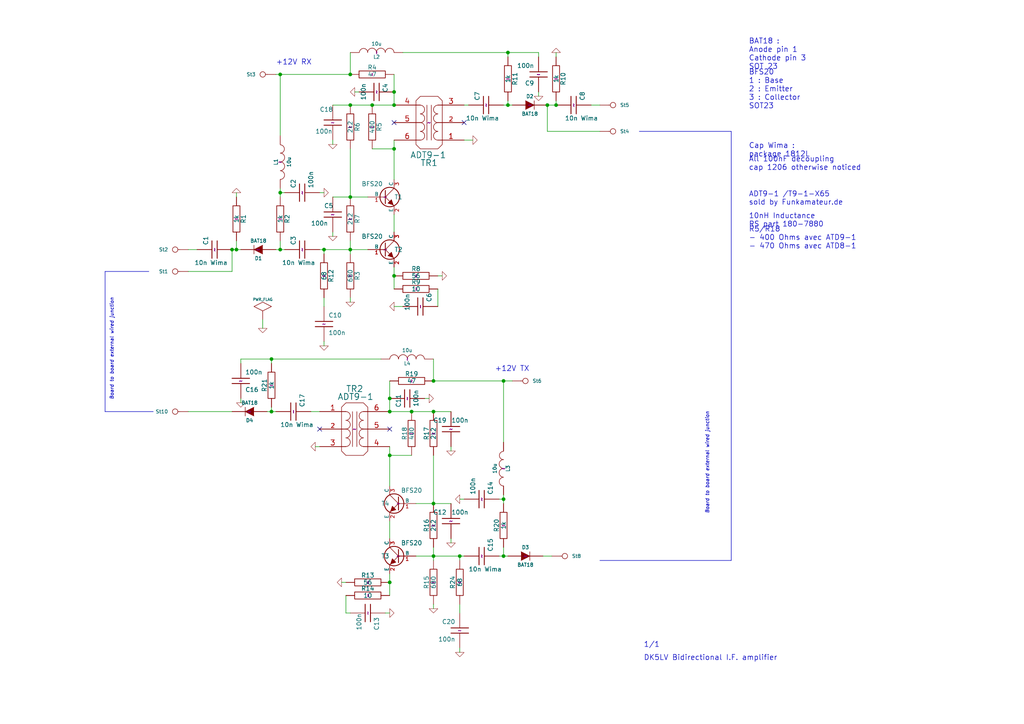
<source format=kicad_sch>
(kicad_sch (version 20230121) (generator eeschema)
  (paper "A4")
  (title_block (date "14 jan 2015"))
  (lib_symbols
    (symbol "bidi-rescue:C" (pin_numbers hide) (pin_names (offset 0.254))
      (property "Reference" "C" (at 1.27 2.54 0))
      (property "Value" "C" (at 1.27 -2.54 0))
      (symbol "C_0_1"
        (polyline (pts (xy -2.54 -0.762) (xy 2.54 -0.762)) (stroke (width 0.254)))
        (polyline (pts (xy -2.54 0.762) (xy 2.54 0.762)) (stroke (width 0.254)))
      )
      (symbol "C_1_1"
        (pin passive line (at 0 5.08 270) (length 4.318) (name "~") (number "1"))
        (pin passive line (at 0 -5.08 90) (length 4.318) (name "~") (number "2"))
      )
    )
    (symbol "bidi-rescue:CONN_1" (pin_numbers hide) (pin_names (offset 0.762) hide)
      (property "Reference" "P" (at 2.032 0 0))
      (symbol "CONN_1_0_1"
        (polyline (pts (xy -0.762 0) (xy -1.27 0)))
        (circle (center 0 0) (radius 0.7874))
      )
      (symbol "CONN_1_1_1"
        (pin passive line (at -3.81 0 0) (length 2.54) (name "1") (number "1"))
      )
    )
    (symbol "bidi-rescue:DIODE_soT23" (pin_numbers hide) (pin_names (offset 1.016) hide)
      (property "Reference" "D" (at 0 2.54 0))
      (property "Value" "DIODE_soT23" (at 0 -2.54 0))
      (symbol "DIODE_soT23_0_1"
        (polyline (pts (xy 1.27 1.27) (xy 1.27 -1.27)) (stroke (width 0.1524)))
        (polyline (pts (xy -1.27 1.27) (xy 1.27 0) (xy -1.27 -1.27)) (fill (type outline)))
      )
      (symbol "DIODE_soT23_1_1"
        (pin passive line (at -5.08 0 0) (length 3.81) (name "A") (number "1"))
        (pin passive line (at 5.08 0 180) (length 3.81) (name "K") (number "3"))
      )
    )
    (symbol "bidi-rescue:GND" (power) (pin_names (offset 0))
      (symbol "GND_0_1"
        (polyline (pts (xy -1.27 0) (xy 0 -1.27) (xy 1.27 0) (xy -1.27 0)) (stroke (width 0.1016)))
      )
      (symbol "GND_1_1"
        (pin power_in line (at 0 0 90) (length 0) hide (name "GND") (number "1"))
      )
    )
    (symbol "bidi-rescue:INDUCTOR" (pin_numbers hide) (pin_names (offset 1.016) hide)
      (property "Reference" "L" (at -1.27 0 90))
      (property "Value" "INDUCTOR" (at 2.54 0 90))
      (symbol "INDUCTOR_0_1"
        (arc (start 0.0254 -5.0546) (mid 1.2449 -3.8097) (end 0.0254 -2.54))
        (arc (start 0.0254 -2.5146) (mid 1.2703 -1.2444) (end 0.0254 0.0508))
        (arc (start 0.0254 0.0254) (mid 1.2703 1.2956) (end 0.0254 2.5908))
        (arc (start 0.0254 2.5654) (mid 1.1941 3.7595) (end 0.0254 4.9784))
      )
      (symbol "INDUCTOR_1_1"
        (pin passive line (at 0 7.62 270) (length 2.54) (name "1") (number "1"))
        (pin passive line (at 0 -7.62 90) (length 2.54) (name "2") (number "2"))
      )
    )
    (symbol "bidi-rescue:NPN-SOT" (pin_names (offset 0))
      (property "Reference" "Q" (at 3.81 0 0))
      (property "Value" "NPN-SOT" (at -3.81 3.81 0))
      (symbol "NPN-SOT_0_1"
        (polyline (pts (xy 0 0) (xy 2.54 2.54)))
        (polyline (pts (xy 0 1.905) (xy 0 -1.905) (xy 0 -1.905)) (stroke (width 0.254)))
        (polyline (pts (xy 1.27 -1.27) (xy 0 0) (xy 0 0)))
        (polyline (pts (xy 2.286 -2.286) (xy 2.54 -2.54) (xy 2.54 -2.54)))
        (polyline (pts (xy 2.286 -2.286) (xy 1.778 -0.762) (xy 0.762 -1.778) (xy 2.286 -2.286) (xy 2.286 -2.286)) (fill (type outline)))
        (circle (center 1.27 0) (radius 2.8194) (stroke (width 0.254)))
      )
      (symbol "NPN-SOT_1_1"
        (pin input line (at -5.08 0 0) (length 5.08) (name "B") (number "1"))
        (pin passive line (at 2.54 -5.08 90) (length 2.54) (name "E") (number "2"))
        (pin passive line (at 2.54 5.08 270) (length 2.54) (name "C") (number "3"))
      )
    )
    (symbol "bidi-rescue:PWR_FLAG" (power) (pin_numbers hide) (pin_names (offset 0) hide)
      (property "Value" "PWR_FLAG" (at 0 5.842 0))
      (symbol "PWR_FLAG_0_0"
        (pin power_out line (at 0 0 90) (length 0) (name "pwr") (number "1"))
      )
      (symbol "PWR_FLAG_0_1"
        (polyline (pts (xy 0 0) (xy 0 2.54) (xy 0 2.54)))
        (polyline (pts (xy 0 2.54) (xy -2.54 3.81) (xy 0 5.08) (xy 2.54 3.81) (xy 0 2.54)))
      )
    )
    (symbol "bidi-rescue:R" (pin_numbers hide) (pin_names (offset 0))
      (property "Reference" "R" (at 2.032 0 90))
      (property "Value" "R" (at 0 0 90))
      (symbol "R_0_1"
        (rectangle (start -1.016 3.81) (end 1.016 -3.81) (stroke (width 0.2032)))
      )
      (symbol "R_1_1"
        (pin passive line (at 0 6.35 270) (length 2.54) (name "~") (number "1"))
        (pin passive line (at 0 -6.35 90) (length 2.54) (name "~") (number "2"))
      )
    )
    (symbol "bidi-rescue:TransfoPM" (pin_names (offset 1.016) hide)
      (property "Reference" "T" (at 0 11.684 0))
      (property "Value" "TransfoPM" (at 0.254 9.398 0))
      (symbol "TransfoPM_0_1"
        (arc (start -2.54 -5.0546) (mid -1.6599 -4.6901) (end -1.27 -3.81))
        (arc (start -2.54 -2.5146) (mid -1.6599 -2.1501) (end -1.27 -1.27))
        (arc (start -2.54 0.0254) (mid -1.6599 0.3899) (end -1.27 1.27))
        (arc (start -2.54 2.5654) (mid -1.6599 2.9299) (end -1.27 3.81))
        (arc (start -1.27 -3.81) (mid -1.642 -2.912) (end -2.54 -2.54))
        (arc (start -1.27 -1.27) (mid -1.642 -0.372) (end -2.54 0))
        (arc (start -1.27 1.27) (mid -1.642 2.168) (end -2.54 2.54))
        (arc (start -1.27 3.81) (mid -1.642 4.708) (end -2.54 5.08))
        (polyline (pts (xy -0.635 5.08) (xy -0.635 -5.08)))
        (polyline (pts (xy 0.635 -5.08) (xy 0.635 5.08)))
        (polyline (pts (xy -3.81 6.35) (xy -2.54 7.62) (xy 2.54 7.62) (xy 3.81 6.35) (xy 3.81 -6.35) (xy 2.54 -7.62) (xy -2.54 -7.62) (xy -3.81 -6.35) (xy -3.81 6.35)))
        (arc (start 1.2954 -1.27) (mid 1.6599 -2.1501) (end 2.54 -2.5146))
        (arc (start 1.2954 1.27) (mid 1.6599 0.3899) (end 2.54 0.0254))
        (arc (start 1.2954 3.81) (mid 1.6599 2.9299) (end 2.54 2.5654))
        (arc (start 1.3208 -3.81) (mid 1.6853 -4.6901) (end 2.5654 -5.0546))
        (arc (start 2.54 0) (mid 1.642 -0.372) (end 1.2954 -1.27))
        (arc (start 2.54 2.54) (mid 1.642 2.168) (end 1.2954 1.27))
        (arc (start 2.54 5.08) (mid 1.642 4.708) (end 1.2954 3.81))
        (arc (start 2.5654 -2.54) (mid 1.6674 -2.912) (end 1.3208 -3.81))
      )
      (symbol "TransfoPM_1_1"
        (pin passive line (at -10.16 5.08 0) (length 7.62) (name "AA") (number "1"))
        (pin input line (at -10.16 0 0) (length 7.62) (name "AB") (number "2"))
        (pin passive line (at -10.16 -5.08 0) (length 7.62) (name "AC") (number "3"))
        (pin passive line (at 10.16 -5.08 180) (length 7.62) (name "SA") (number "4"))
        (pin passive line (at 10.16 0 180) (length 7.62) (name "SB") (number "5"))
        (pin passive line (at 10.16 5.08 180) (length 7.62) (name "SC") (number "6"))
      )
    )
  )
  (junction (at 114.3 80.01))
  (junction (at 146.05 144.78))
  (junction (at 125.73 110.49))
  (junction (at 114.3 30.48))
  (junction (at 158.75 30.48))
  (junction (at 125.73 119.38))
  (junction (at 113.03 119.38))
  (junction (at 161.29 30.48))
  (junction (at 146.05 110.49))
  (junction (at 78.74 104.14))
  (junction (at 146.05 161.29))
  (junction (at 113.03 168.91))
  (junction (at 119.38 119.38))
  (junction (at 81.28 55.88))
  (junction (at 101.6 72.39))
  (junction (at 68.58 72.39))
  (junction (at 125.73 161.29))
  (junction (at 113.03 132.08))
  (junction (at 101.6 57.15))
  (junction (at 101.6 30.48))
  (junction (at 107.95 30.48))
  (junction (at 147.32 15.24))
  (junction (at 101.6 21.59))
  (junction (at 125.73 146.05))
  (junction (at 67.31 72.39))
  (junction (at 78.74 119.38))
  (junction (at 114.3 26.67))
  (junction (at 81.28 21.59))
  (junction (at 113.03 115.57))
  (junction (at 81.28 72.39))
  (junction (at 114.3 43.18))
  (junction (at 147.32 30.48))
  (junction (at 93.98 72.39))
  (junction (at 133.35 161.29))
  (no_connect (at 134.62 35.56))
  (no_connect (at 92.71 124.46))
  (no_connect (at 113.03 124.46))
  (no_connect (at 114.3 35.56))
  (wire (pts (xy 125.73 146.05) (xy 120.65 146.05)))
  (wire (pts (xy 113.03 151.13) (xy 113.03 156.21)))
  (wire (pts (xy 147.32 15.24) (xy 156.21 15.24)))
  (wire (pts (xy 101.6 57.15) (xy 106.68 57.15)))
  (wire (pts (xy 69.85 104.14) (xy 69.85 105.41)))
  (wire (pts (xy 101.6 72.39) (xy 106.68 72.39)))
  (wire (pts (xy 114.3 30.48) (xy 107.95 30.48)))
  (wire (pts (xy 101.6 72.39) (xy 101.6 73.66)))
  (wire (pts (xy 114.3 40.64) (xy 114.3 43.18)))
  (wire (pts (xy 81.28 55.88) (xy 81.28 57.15)))
  (wire (pts (xy 130.81 146.05) (xy 125.73 146.05)))
  (wire (pts (xy 93.98 73.66) (xy 93.98 72.39)))
  (wire (pts (xy 96.52 67.31) (xy 96.52 68.58)))
  (wire (pts (xy 101.6 21.59) (xy 101.6 15.24)))
  (wire (pts (xy 100.33 172.72) (xy 100.33 177.8)))
  (wire (pts (xy 92.71 55.88) (xy 93.98 55.88)))
  (wire (pts (xy 68.58 69.85) (xy 68.58 72.39)))
  (wire (pts (xy 127 83.82) (xy 127 88.9)))
  (wire (pts (xy 69.85 115.57) (xy 69.85 116.84)))
  (wire (pts (xy 81.28 21.59) (xy 81.28 39.37)))
  (wire (pts (xy 76.2 92.71) (xy 76.2 95.25)))
  (wire (pts (xy 80.01 119.38) (xy 78.74 119.38)))
  (wire (pts (xy 100.33 168.91) (xy 99.06 168.91)))
  (wire (pts (xy 130.81 129.54) (xy 130.81 130.81)))
  (wire (pts (xy 146.05 158.75) (xy 146.05 161.29)))
  (wire (pts (xy 125.73 132.08) (xy 125.73 146.05)))
  (wire (pts (xy 161.29 30.48) (xy 158.75 30.48)))
  (wire (pts (xy 113.03 132.08) (xy 113.03 140.97)))
  (wire (pts (xy 81.28 72.39) (xy 80.01 72.39)))
  (wire (pts (xy 119.38 132.08) (xy 113.03 132.08)))
  (wire (pts (xy 125.73 110.49) (xy 146.05 110.49)))
  (wire (pts (xy 114.3 77.47) (xy 114.3 80.01)))
  (wire (pts (xy 113.03 129.54) (xy 113.03 132.08)))
  (wire (pts (xy 144.78 161.29) (xy 146.05 161.29)))
  (wire (pts (xy 114.3 43.18) (xy 114.3 52.07)))
  (wire (pts (xy 161.29 30.48) (xy 161.29 29.21)))
  (wire (pts (xy 146.05 110.49) (xy 146.05 128.27)))
  (wire (pts (xy 92.71 72.39) (xy 93.98 72.39)))
  (wire (pts (xy 67.31 119.38) (xy 54.61 119.38)))
  (wire (pts (xy 67.31 78.74) (xy 67.31 72.39)))
  (wire (pts (xy 146.05 110.49) (xy 148.59 110.49)))
  (wire (pts (xy 156.21 15.24) (xy 156.21 16.51)))
  (wire (pts (xy 147.32 16.51) (xy 147.32 15.24)))
  (wire (pts (xy 146.05 144.78) (xy 146.05 146.05)))
  (wire (pts (xy 96.52 57.15) (xy 101.6 57.15)))
  (wire (pts (xy 134.62 144.78) (xy 133.35 144.78)))
  (wire (pts (xy 156.21 26.67) (xy 156.21 27.94)))
  (wire (pts (xy 113.03 115.57) (xy 113.03 119.38)))
  (wire (pts (xy 114.3 80.01) (xy 114.3 83.82)))
  (wire (pts (xy 78.74 105.41) (xy 78.74 104.14)))
  (wire (pts (xy 134.62 40.64) (xy 137.16 40.64)))
  (polyline (pts (xy 212.09 38.1) (xy 185.42 38.1)))
  (wire (pts (xy 134.62 30.48) (xy 135.89 30.48)))
  (wire (pts (xy 171.45 30.48) (xy 173.99 30.48)))
  (wire (pts (xy 125.73 161.29) (xy 125.73 162.56)))
  (wire (pts (xy 116.84 15.24) (xy 147.32 15.24)))
  (wire (pts (xy 107.95 43.18) (xy 114.3 43.18)))
  (wire (pts (xy 78.74 119.38) (xy 77.47 119.38)))
  (wire (pts (xy 113.03 168.91) (xy 113.03 172.72)))
  (wire (pts (xy 146.05 161.29) (xy 147.32 161.29)))
  (wire (pts (xy 133.35 161.29) (xy 125.73 161.29)))
  (wire (pts (xy 82.55 72.39) (xy 81.28 72.39)))
  (wire (pts (xy 104.14 26.67) (xy 102.87 26.67)))
  (wire (pts (xy 78.74 104.14) (xy 110.49 104.14)))
  (polyline (pts (xy 212.09 162.56) (xy 212.09 38.1)))
  (wire (pts (xy 82.55 55.88) (xy 81.28 55.88)))
  (wire (pts (xy 114.3 21.59) (xy 114.3 26.67)))
  (wire (pts (xy 54.61 72.39) (xy 57.15 72.39)))
  (polyline (pts (xy 30.48 119.38) (xy 30.48 78.74)))
  (wire (pts (xy 158.75 30.48) (xy 158.75 38.1)))
  (wire (pts (xy 92.71 129.54) (xy 91.44 129.54)))
  (wire (pts (xy 93.98 72.39) (xy 101.6 72.39)))
  (wire (pts (xy 107.95 30.48) (xy 101.6 30.48)))
  (wire (pts (xy 100.33 177.8) (xy 101.6 177.8)))
  (wire (pts (xy 133.35 187.96) (xy 133.35 189.23)))
  (wire (pts (xy 96.52 40.64) (xy 96.52 41.91)))
  (wire (pts (xy 125.73 104.14) (xy 125.73 110.49)))
  (wire (pts (xy 123.19 115.57) (xy 124.46 115.57)))
  (wire (pts (xy 161.29 16.51) (xy 161.29 15.24)))
  (wire (pts (xy 125.73 119.38) (xy 130.81 119.38)))
  (wire (pts (xy 81.28 69.85) (xy 81.28 72.39)))
  (wire (pts (xy 69.85 72.39) (xy 68.58 72.39)))
  (wire (pts (xy 146.05 30.48) (xy 147.32 30.48)))
  (wire (pts (xy 125.73 158.75) (xy 125.73 161.29)))
  (wire (pts (xy 133.35 177.8) (xy 133.35 175.26)))
  (wire (pts (xy 93.98 88.9) (xy 93.98 86.36)))
  (wire (pts (xy 125.73 175.26) (xy 125.73 176.53)))
  (polyline (pts (xy 44.45 119.38) (xy 30.48 119.38)))
  (wire (pts (xy 80.01 21.59) (xy 81.28 21.59)))
  (wire (pts (xy 68.58 57.15) (xy 68.58 55.88)))
  (polyline (pts (xy 30.48 78.74) (xy 43.18 78.74)))
  (wire (pts (xy 101.6 43.18) (xy 101.6 57.15)))
  (wire (pts (xy 146.05 143.51) (xy 146.05 144.78)))
  (wire (pts (xy 134.62 161.29) (xy 133.35 161.29)))
  (wire (pts (xy 111.76 177.8) (xy 113.03 177.8)))
  (wire (pts (xy 113.03 166.37) (xy 113.03 168.91)))
  (wire (pts (xy 130.81 156.21) (xy 130.81 157.48)))
  (wire (pts (xy 125.73 161.29) (xy 120.65 161.29)))
  (wire (pts (xy 157.48 161.29) (xy 160.02 161.29)))
  (wire (pts (xy 119.38 119.38) (xy 125.73 119.38)))
  (wire (pts (xy 101.6 30.48) (xy 96.52 30.48)))
  (wire (pts (xy 127 80.01) (xy 128.27 80.01)))
  (wire (pts (xy 81.28 54.61) (xy 81.28 55.88)))
  (wire (pts (xy 114.3 26.67) (xy 114.3 30.48)))
  (wire (pts (xy 78.74 118.11) (xy 78.74 119.38)))
  (wire (pts (xy 113.03 119.38) (xy 119.38 119.38)))
  (wire (pts (xy 116.84 88.9) (xy 114.3 88.9)))
  (wire (pts (xy 101.6 86.36) (xy 101.6 87.63)))
  (wire (pts (xy 90.17 119.38) (xy 92.71 119.38)))
  (wire (pts (xy 93.98 99.06) (xy 93.98 100.33)))
  (wire (pts (xy 114.3 62.23) (xy 114.3 67.31)))
  (wire (pts (xy 147.32 30.48) (xy 148.59 30.48)))
  (polyline (pts (xy 173.99 162.56) (xy 212.09 162.56)))
  (wire (pts (xy 113.03 110.49) (xy 113.03 115.57)))
  (wire (pts (xy 133.35 162.56) (xy 133.35 161.29)))
  (wire (pts (xy 101.6 69.85) (xy 101.6 72.39)))
  (wire (pts (xy 81.28 21.59) (xy 101.6 21.59)))
  (wire (pts (xy 144.78 144.78) (xy 146.05 144.78)))
  (wire (pts (xy 158.75 38.1) (xy 173.99 38.1)))
  (wire (pts (xy 54.61 78.74) (xy 67.31 78.74)))
  (wire (pts (xy 68.58 72.39) (xy 67.31 72.39)))
  (wire (pts (xy 147.32 29.21) (xy 147.32 30.48)))
  (wire (pts (xy 69.85 104.14) (xy 78.74 104.14)))
  (text "All 100nF decoupling \ncap 1206 otherwise noticed\n\n" (at 217.17 52.07 0) (effects (font (size 1.524 1.524)) (justify left bottom)))
  (text "+12V RX\n" (at 80.01 19.05 0) (effects (font (size 1.524 1.524)) (justify left bottom)))
  (text "ADT9-1 /T9-1-X65\nsold by Funkamateur.de" (at 217.17 59.69 0) (effects (font (size 1.4986 1.4986)) (justify left bottom)))
  (text "1/1" (at 186.69 187.96 0) (effects (font (size 1.524 1.524)) (justify left bottom)))
  (text "BAT18 : \nAnode pin 1\nCathode pin 3\nSOT 23" (at 217.17 20.32 0) (effects (font (size 1.524 1.524)) (justify left bottom)))
  (text "Board to board external wired junction" (at 33.02 86.36 90) (effects (font (size 0.9906 0.9906) italic) (justify right bottom)))
  (text "Cap Wima : \npackage 1812L" (at 217.17 45.72 0) (effects (font (size 1.524 1.524)) (justify left bottom)))
  (text "+12V TX\n" (at 143.51 107.95 0) (effects (font (size 1.524 1.524)) (justify left bottom)))
  (text "10nH Inductance \nRS part 180-7880" (at 217.17 66.04 0) (effects (font (size 1.4986 1.4986)) (justify left bottom)))
  (text "R5/R18 \n- 400 Ohms avec ATD9-1\n- 470 Ohms avec ATD8-1\n" (at 217.17 72.39 0) (effects (font (size 1.524 1.524)) (justify left bottom)))
  (text "Board to board external wired junction" (at 205.74 119.38 90) (effects (font (size 0.9906 0.9906) italic) (justify right bottom)))
  (text "BFS20\n1 : Base\n2 : Emitter\n3 : Collector\nSOT23\n" (at 217.17 31.75 0) (effects (font (size 1.524 1.524)) (justify left bottom)))
  (text "DK5LV Bidirectional I.F. amplifier" (at 186.69 191.77 0) (effects (font (size 1.524 1.524)) (justify left bottom)))
  (symbol (lib_id "bidi-rescue:C") (at 62.23 72.39 90) (unit 1)
    (property "Reference" "C1" (at 59.69 71.12 0) (effects (justify left)))
    (property "Value" "10n Wima" (at 66.04 76.2 90) (effects (justify left)))
    (property "Footprint" "~" (at 62.23 72.39 0) (effects (font (size 1.524 1.524))))
    (property "Datasheet" "~" (at 62.23 72.39 0) (effects (font (size 1.524 1.524))))
  )
  (symbol (lib_id "bidi-rescue:R") (at 81.28 63.5 0) (unit 1)
    (property "Reference" "R2" (at 83.312 63.5 90))
    (property "Value" "1k" (at 81.28 63.5 90))
    (property "Footprint" "~" (at 81.28 63.5 0) (effects (font (size 1.524 1.524))))
    (property "Datasheet" "~" (at 81.28 63.5 0) (effects (font (size 1.524 1.524))))
  )
  (symbol (lib_id "bidi-rescue:C") (at 87.63 72.39 90) (unit 1)
    (property "Reference" "C3" (at 85.09 71.12 0) (effects (justify left)))
    (property "Value" "10n Wima" (at 91.44 76.2 90) (effects (justify left)))
    (property "Footprint" "~" (at 87.63 72.39 0) (effects (font (size 1.524 1.524))))
    (property "Datasheet" "~" (at 87.63 72.39 0) (effects (font (size 1.524 1.524))))
  )
  (symbol (lib_id "bidi-rescue:C") (at 87.63 55.88 90) (unit 1)
    (property "Reference" "C2" (at 85.09 54.61 0) (effects (justify left)))
    (property "Value" "100n" (at 90.17 54.61 0) (effects (justify left)))
    (property "Footprint" "~" (at 87.63 55.88 0) (effects (font (size 1.524 1.524))))
    (property "Datasheet" "~" (at 87.63 55.88 0) (effects (font (size 1.524 1.524))))
  )
  (symbol (lib_id "bidi-rescue:INDUCTOR") (at 81.28 46.99 0) (unit 1)
    (property "Reference" "L1" (at 80.01 46.99 90) (effects (font (size 1.016 1.016))))
    (property "Value" "10u" (at 83.82 46.99 90) (effects (font (size 1.016 1.016))))
    (property "Footprint" "~" (at 81.28 46.99 0) (effects (font (size 1.524 1.524))))
    (property "Datasheet" "~" (at 81.28 46.99 0) (effects (font (size 1.524 1.524))))
  )
  (symbol (lib_id "bidi-rescue:R") (at 93.98 80.01 0) (unit 1)
    (property "Reference" "R12" (at 96.012 80.01 90))
    (property "Value" "68" (at 93.98 80.01 90))
    (property "Footprint" "~" (at 93.98 80.01 0) (effects (font (size 1.524 1.524))))
    (property "Datasheet" "~" (at 93.98 80.01 0) (effects (font (size 1.524 1.524))))
  )
  (symbol (lib_id "bidi-rescue:C") (at 93.98 93.98 0) (unit 1)
    (property "Reference" "C10" (at 95.25 91.44 0) (effects (justify left)))
    (property "Value" "100n" (at 95.25 96.52 0) (effects (justify left)))
    (property "Footprint" "~" (at 93.98 93.98 0) (effects (font (size 1.524 1.524))))
    (property "Datasheet" "~" (at 93.98 93.98 0) (effects (font (size 1.524 1.524))))
  )
  (symbol (lib_id "bidi-rescue:R") (at 101.6 80.01 0) (unit 1)
    (property "Reference" "R3" (at 103.632 80.01 90))
    (property "Value" "680" (at 101.6 80.01 90))
    (property "Footprint" "~" (at 101.6 80.01 0) (effects (font (size 1.524 1.524))))
    (property "Datasheet" "~" (at 101.6 80.01 0) (effects (font (size 1.524 1.524))))
  )
  (symbol (lib_id "bidi-rescue:R") (at 101.6 63.5 0) (unit 1)
    (property "Reference" "R7" (at 103.632 63.5 90))
    (property "Value" "2k2" (at 101.6 63.5 90))
    (property "Footprint" "~" (at 101.6 63.5 0) (effects (font (size 1.524 1.524))))
    (property "Datasheet" "~" (at 101.6 63.5 0) (effects (font (size 1.524 1.524))))
  )
  (symbol (lib_id "bidi-rescue:C") (at 96.52 62.23 0) (unit 1)
    (property "Reference" "C5" (at 93.98 59.69 0) (effects (justify left)))
    (property "Value" "100n" (at 90.17 64.77 0) (effects (justify left)))
    (property "Footprint" "~" (at 96.52 62.23 0) (effects (font (size 1.524 1.524))))
    (property "Datasheet" "~" (at 96.52 62.23 0) (effects (font (size 1.524 1.524))))
  )
  (symbol (lib_id "bidi-rescue:R") (at 101.6 36.83 0) (unit 1)
    (property "Reference" "R6" (at 103.632 36.83 90))
    (property "Value" "2k2" (at 101.6 36.83 90))
    (property "Footprint" "~" (at 101.6 36.83 0) (effects (font (size 1.524 1.524))))
    (property "Datasheet" "~" (at 101.6 36.83 0) (effects (font (size 1.524 1.524))))
  )
  (symbol (lib_id "bidi-rescue:C") (at 96.52 35.56 0) (unit 1)
    (property "Reference" "C18" (at 92.71 31.75 0) (effects (justify left)))
    (property "Value" "100n" (at 91.44 38.1 0) (effects (justify left)))
    (property "Footprint" "~" (at 96.52 35.56 0) (effects (font (size 1.524 1.524))))
    (property "Datasheet" "~" (at 96.52 35.56 0) (effects (font (size 1.524 1.524))))
  )
  (symbol (lib_id "bidi-rescue:R") (at 107.95 36.83 0) (unit 1)
    (property "Reference" "R5" (at 109.982 36.83 90))
    (property "Value" "400" (at 107.95 36.83 90))
    (property "Footprint" "~" (at 107.95 36.83 0) (effects (font (size 1.524 1.524))))
    (property "Datasheet" "~" (at 107.95 36.83 0) (effects (font (size 1.524 1.524))))
  )
  (symbol (lib_id "bidi-rescue:R") (at 107.95 21.59 90) (unit 1)
    (property "Reference" "R4" (at 107.95 19.558 90))
    (property "Value" "47" (at 107.95 21.59 90))
    (property "Footprint" "~" (at 107.95 21.59 0) (effects (font (size 1.524 1.524))))
    (property "Datasheet" "~" (at 107.95 21.59 0) (effects (font (size 1.524 1.524))))
  )
  (symbol (lib_id "bidi-rescue:C") (at 109.22 26.67 270) (unit 1)
    (property "Reference" "C4" (at 111.76 24.13 0) (effects (justify left)))
    (property "Value" "100n" (at 105.41 24.13 0) (effects (justify left)))
    (property "Footprint" "~" (at 109.22 26.67 0) (effects (font (size 1.524 1.524))))
    (property "Datasheet" "~" (at 109.22 26.67 0) (effects (font (size 1.524 1.524))))
  )
  (symbol (lib_id "bidi-rescue:GND") (at 93.98 55.88 90) (unit 1)
    (property "Reference" "#PWR01" (effects hide))
    (property "Value" "GND" (effects hide))
  )
  (symbol (lib_id "bidi-rescue:GND") (at 96.52 68.58 0) (unit 1)
    (property "Reference" "#PWR02" (effects hide))
    (property "Value" "GND" (effects hide))
  )
  (symbol (lib_id "bidi-rescue:GND") (at 101.6 87.63 0) (unit 1)
    (property "Reference" "#PWR03" (effects hide))
    (property "Value" "GND" (effects hide))
  )
  (symbol (lib_id "bidi-rescue:GND") (at 93.98 100.33 0) (unit 1)
    (property "Reference" "#PWR04" (effects hide))
    (property "Value" "GND" (effects hide))
  )
  (symbol (lib_id "bidi-rescue:GND") (at 96.52 41.91 0) (unit 1)
    (property "Reference" "#PWR05" (effects hide))
    (property "Value" "GND" (effects hide))
  )
  (symbol (lib_id "bidi-rescue:R") (at 68.58 63.5 0) (unit 1)
    (property "Reference" "R1" (at 70.612 63.5 90))
    (property "Value" "1k" (at 68.58 63.5 90))
    (property "Footprint" "~" (at 68.58 63.5 0) (effects (font (size 1.524 1.524))))
    (property "Datasheet" "~" (at 68.58 63.5 0) (effects (font (size 1.524 1.524))))
  )
  (symbol (lib_id "bidi-rescue:GND") (at 68.58 55.88 180) (unit 1)
    (property "Reference" "#PWR06" (effects hide))
    (property "Value" "GND" (effects hide))
  )
  (symbol (lib_id "bidi-rescue:INDUCTOR") (at 109.22 15.24 90) (unit 1)
    (property "Reference" "L2" (at 109.22 16.51 90) (effects (font (size 1.016 1.016))))
    (property "Value" "10u" (at 109.22 12.7 90) (effects (font (size 1.016 1.016))))
    (property "Footprint" "~" (at 109.22 15.24 0) (effects (font (size 1.524 1.524))))
    (property "Datasheet" "~" (at 109.22 15.24 0) (effects (font (size 1.524 1.524))))
  )
  (symbol (lib_id "bidi-rescue:C") (at 140.97 30.48 90) (unit 1)
    (property "Reference" "C7" (at 138.43 29.21 0) (effects (justify left)))
    (property "Value" "10n Wima" (at 144.78 34.29 90) (effects (justify left)))
    (property "Footprint" "~" (at 140.97 30.48 0) (effects (font (size 1.524 1.524))))
    (property "Datasheet" "~" (at 140.97 30.48 0) (effects (font (size 1.524 1.524))))
  )
  (symbol (lib_id "bidi-rescue:R") (at 147.32 22.86 0) (unit 1)
    (property "Reference" "R11" (at 149.352 22.86 90))
    (property "Value" "1k" (at 147.32 22.86 90))
    (property "Footprint" "~" (at 147.32 22.86 0) (effects (font (size 1.524 1.524))))
    (property "Datasheet" "~" (at 147.32 22.86 0) (effects (font (size 1.524 1.524))))
  )
  (symbol (lib_id "bidi-rescue:C") (at 156.21 21.59 180) (unit 1)
    (property "Reference" "C9" (at 154.94 24.13 0) (effects (justify left)))
    (property "Value" "100n" (at 154.94 19.05 0) (effects (justify left)))
    (property "Footprint" "~" (at 156.21 21.59 0) (effects (font (size 1.524 1.524))))
    (property "Datasheet" "~" (at 156.21 21.59 0) (effects (font (size 1.524 1.524))))
  )
  (symbol (lib_id "bidi-rescue:R") (at 120.65 80.01 90) (unit 1)
    (property "Reference" "R8" (at 120.65 77.978 90))
    (property "Value" "56" (at 120.65 80.01 90))
    (property "Footprint" "~" (at 120.65 80.01 0) (effects (font (size 1.524 1.524))))
    (property "Datasheet" "~" (at 120.65 80.01 0) (effects (font (size 1.524 1.524))))
  )
  (symbol (lib_id "bidi-rescue:R") (at 120.65 83.82 90) (unit 1)
    (property "Reference" "R9" (at 120.65 81.788 90))
    (property "Value" "10" (at 120.65 83.82 90))
    (property "Footprint" "~" (at 120.65 83.82 0) (effects (font (size 1.524 1.524))))
    (property "Datasheet" "~" (at 120.65 83.82 0) (effects (font (size 1.524 1.524))))
  )
  (symbol (lib_id "bidi-rescue:C") (at 121.92 88.9 270) (mirror x) (unit 1)
    (property "Reference" "C6" (at 124.46 87.63 0) (effects (justify left)))
    (property "Value" "100n" (at 118.11 90.17 0) (effects (justify left)))
    (property "Footprint" "~" (at 121.92 88.9 0) (effects (font (size 1.524 1.524))))
    (property "Datasheet" "~" (at 121.92 88.9 0) (effects (font (size 1.524 1.524))))
  )
  (symbol (lib_id "bidi-rescue:GND") (at 128.27 80.01 90) (unit 1)
    (property "Reference" "#PWR07" (effects hide))
    (property "Value" "GND" (effects hide))
  )
  (symbol (lib_id "bidi-rescue:GND") (at 114.3 88.9 270) (mirror x) (unit 1)
    (property "Reference" "#PWR08" (effects hide))
    (property "Value" "GND" (effects hide))
  )
  (symbol (lib_id "bidi-rescue:GND") (at 156.21 27.94 0) (unit 1)
    (property "Reference" "#PWR09" (effects hide))
    (property "Value" "GND" (effects hide))
  )
  (symbol (lib_id "bidi-rescue:GND") (at 102.87 26.67 270) (unit 1)
    (property "Reference" "#PWR010" (effects hide))
    (property "Value" "GND" (effects hide))
  )
  (symbol (lib_id "bidi-rescue:GND") (at 137.16 40.64 90) (unit 1)
    (property "Reference" "#PWR011" (effects hide))
    (property "Value" "GND" (effects hide))
  )
  (symbol (lib_id "bidi-rescue:C") (at 166.37 30.48 270) (mirror x) (unit 1)
    (property "Reference" "C8" (at 168.91 29.21 0) (effects (justify left)))
    (property "Value" "10n Wima" (at 163.83 34.29 90) (effects (justify left)))
    (property "Footprint" "~" (at 166.37 30.48 0) (effects (font (size 1.524 1.524))))
    (property "Datasheet" "~" (at 166.37 30.48 0) (effects (font (size 1.524 1.524))))
  )
  (symbol (lib_id "bidi-rescue:R") (at 146.05 152.4 0) (mirror y) (unit 1)
    (property "Reference" "R20" (at 144.018 152.4 90))
    (property "Value" "1k" (at 146.05 152.4 90))
    (property "Footprint" "~" (at 146.05 152.4 0) (effects (font (size 1.524 1.524))))
    (property "Datasheet" "~" (at 146.05 152.4 0) (effects (font (size 1.524 1.524))))
  )
  (symbol (lib_id "bidi-rescue:C") (at 139.7 161.29 270) (mirror x) (unit 1)
    (property "Reference" "C15" (at 142.24 160.02 0) (effects (justify left)))
    (property "Value" "10n Wima" (at 135.89 165.1 90) (effects (justify left)))
    (property "Footprint" "~" (at 139.7 161.29 0) (effects (font (size 1.524 1.524))))
    (property "Datasheet" "~" (at 139.7 161.29 0) (effects (font (size 1.524 1.524))))
  )
  (symbol (lib_id "bidi-rescue:C") (at 139.7 144.78 270) (mirror x) (unit 1)
    (property "Reference" "C14" (at 142.24 143.51 0) (effects (justify left)))
    (property "Value" "100n" (at 137.16 143.51 0) (effects (justify left)))
    (property "Footprint" "~" (at 139.7 144.78 0) (effects (font (size 1.524 1.524))))
    (property "Datasheet" "~" (at 139.7 144.78 0) (effects (font (size 1.524 1.524))))
  )
  (symbol (lib_id "bidi-rescue:INDUCTOR") (at 146.05 135.89 0) (mirror y) (unit 1)
    (property "Reference" "L3" (at 147.32 135.89 90) (effects (font (size 1.016 1.016))))
    (property "Value" "10u" (at 143.51 135.89 90) (effects (font (size 1.016 1.016))))
    (property "Footprint" "~" (at 146.05 135.89 0) (effects (font (size 1.524 1.524))))
    (property "Datasheet" "~" (at 146.05 135.89 0) (effects (font (size 1.524 1.524))))
  )
  (symbol (lib_id "bidi-rescue:R") (at 133.35 168.91 0) (mirror y) (unit 1)
    (property "Reference" "R24" (at 131.318 168.91 90))
    (property "Value" "68" (at 133.35 168.91 90))
    (property "Footprint" "~" (at 133.35 168.91 0) (effects (font (size 1.524 1.524))))
    (property "Datasheet" "~" (at 133.35 168.91 0) (effects (font (size 1.524 1.524))))
  )
  (symbol (lib_id "bidi-rescue:C") (at 133.35 182.88 0) (mirror y) (unit 1)
    (property "Reference" "C20" (at 132.08 180.34 0) (effects (justify left)))
    (property "Value" "100n" (at 132.08 185.42 0) (effects (justify left)))
    (property "Footprint" "~" (at 133.35 182.88 0) (effects (font (size 1.524 1.524))))
    (property "Datasheet" "~" (at 133.35 182.88 0) (effects (font (size 1.524 1.524))))
  )
  (symbol (lib_id "bidi-rescue:R") (at 125.73 168.91 0) (mirror y) (unit 1)
    (property "Reference" "R15" (at 123.698 168.91 90))
    (property "Value" "680" (at 125.73 168.91 90))
    (property "Footprint" "~" (at 125.73 168.91 0) (effects (font (size 1.524 1.524))))
    (property "Datasheet" "~" (at 125.73 168.91 0) (effects (font (size 1.524 1.524))))
  )
  (symbol (lib_id "bidi-rescue:R") (at 125.73 152.4 0) (mirror y) (unit 1)
    (property "Reference" "R16" (at 123.698 152.4 90))
    (property "Value" "2k2" (at 125.73 152.4 90))
    (property "Footprint" "~" (at 125.73 152.4 0) (effects (font (size 1.524 1.524))))
    (property "Datasheet" "~" (at 125.73 152.4 0) (effects (font (size 1.524 1.524))))
  )
  (symbol (lib_id "bidi-rescue:C") (at 130.81 151.13 0) (mirror y) (unit 1)
    (property "Reference" "C12" (at 129.54 148.59 0) (effects (justify left)))
    (property "Value" "100n" (at 135.89 148.59 0) (effects (justify left)))
    (property "Footprint" "~" (at 130.81 151.13 0) (effects (font (size 1.524 1.524))))
    (property "Datasheet" "~" (at 130.81 151.13 0) (effects (font (size 1.524 1.524))))
  )
  (symbol (lib_id "bidi-rescue:R") (at 125.73 125.73 0) (mirror y) (unit 1)
    (property "Reference" "R17" (at 123.698 125.73 90))
    (property "Value" "2k2" (at 125.73 125.73 90))
    (property "Footprint" "~" (at 125.73 125.73 0) (effects (font (size 1.524 1.524))))
    (property "Datasheet" "~" (at 125.73 125.73 0) (effects (font (size 1.524 1.524))))
  )
  (symbol (lib_id "bidi-rescue:C") (at 130.81 124.46 0) (mirror y) (unit 1)
    (property "Reference" "C19" (at 129.54 121.92 0) (effects (justify left)))
    (property "Value" "100n" (at 135.89 121.92 0) (effects (justify left)))
    (property "Footprint" "~" (at 130.81 124.46 0) (effects (font (size 1.524 1.524))))
    (property "Datasheet" "~" (at 130.81 124.46 0) (effects (font (size 1.524 1.524))))
  )
  (symbol (lib_id "bidi-rescue:R") (at 119.38 125.73 0) (mirror y) (unit 1)
    (property "Reference" "R18" (at 117.348 125.73 90))
    (property "Value" "400" (at 119.38 125.73 90))
    (property "Footprint" "~" (at 119.38 125.73 0) (effects (font (size 1.524 1.524))))
    (property "Datasheet" "~" (at 119.38 125.73 0) (effects (font (size 1.524 1.524))))
  )
  (symbol (lib_id "bidi-rescue:R") (at 119.38 110.49 270) (mirror x) (unit 1)
    (property "Reference" "R19" (at 119.38 108.458 90))
    (property "Value" "47" (at 119.38 110.49 90))
    (property "Footprint" "~" (at 119.38 110.49 0) (effects (font (size 1.524 1.524))))
    (property "Datasheet" "~" (at 119.38 110.49 0) (effects (font (size 1.524 1.524))))
  )
  (symbol (lib_id "bidi-rescue:C") (at 118.11 115.57 90) (mirror x) (unit 1)
    (property "Reference" "C11" (at 115.57 114.3 0) (effects (justify left)))
    (property "Value" "100n" (at 120.65 113.03 0) (effects (justify left)))
    (property "Footprint" "~" (at 118.11 115.57 0) (effects (font (size 1.524 1.524))))
    (property "Datasheet" "~" (at 118.11 115.57 0) (effects (font (size 1.524 1.524))))
  )
  (symbol (lib_id "bidi-rescue:GND") (at 133.35 144.78 270) (mirror x) (unit 1)
    (property "Reference" "#PWR012" (effects hide))
    (property "Value" "GND" (effects hide))
  )
  (symbol (lib_id "bidi-rescue:GND") (at 130.81 157.48 0) (mirror y) (unit 1)
    (property "Reference" "#PWR013" (effects hide))
    (property "Value" "GND" (effects hide))
  )
  (symbol (lib_id "bidi-rescue:GND") (at 125.73 176.53 0) (mirror y) (unit 1)
    (property "Reference" "#PWR014" (effects hide))
    (property "Value" "GND" (effects hide))
  )
  (symbol (lib_id "bidi-rescue:GND") (at 133.35 189.23 0) (mirror y) (unit 1)
    (property "Reference" "#PWR015" (effects hide))
    (property "Value" "GND" (effects hide))
  )
  (symbol (lib_id "bidi-rescue:GND") (at 130.81 130.81 0) (mirror y) (unit 1)
    (property "Reference" "#PWR016" (effects hide))
    (property "Value" "GND" (effects hide))
  )
  (symbol (lib_id "bidi-rescue:R") (at 161.29 22.86 0) (mirror x) (unit 1)
    (property "Reference" "R10" (at 163.322 22.86 90))
    (property "Value" "1k" (at 161.29 22.86 90))
    (property "Footprint" "~" (at 161.29 22.86 0) (effects (font (size 1.524 1.524))))
    (property "Datasheet" "~" (at 161.29 22.86 0) (effects (font (size 1.524 1.524))))
  )
  (symbol (lib_id "bidi-rescue:GND") (at 161.29 15.24 0) (mirror x) (unit 1)
    (property "Reference" "#PWR017" (effects hide))
    (property "Value" "GND" (effects hide))
  )
  (symbol (lib_id "bidi-rescue:INDUCTOR") (at 118.11 104.14 270) (mirror x) (unit 1)
    (property "Reference" "L4" (at 118.11 105.41 90) (effects (font (size 1.016 1.016))))
    (property "Value" "10u" (at 118.11 101.6 90) (effects (font (size 1.016 1.016))))
    (property "Footprint" "~" (at 118.11 104.14 0) (effects (font (size 1.524 1.524))))
    (property "Datasheet" "~" (at 118.11 104.14 0) (effects (font (size 1.524 1.524))))
  )
  (symbol (lib_id "bidi-rescue:C") (at 85.09 119.38 270) (mirror x) (unit 1)
    (property "Reference" "C17" (at 87.63 118.11 0) (effects (justify left)))
    (property "Value" "10n Wima" (at 81.28 123.19 90) (effects (justify left)))
    (property "Footprint" "~" (at 85.09 119.38 0) (effects (font (size 1.524 1.524))))
    (property "Datasheet" "~" (at 85.09 119.38 0) (effects (font (size 1.524 1.524))))
  )
  (symbol (lib_id "bidi-rescue:R") (at 78.74 111.76 0) (mirror y) (unit 1)
    (property "Reference" "R21" (at 76.708 111.76 90))
    (property "Value" "1k" (at 78.74 111.76 90))
    (property "Footprint" "~" (at 78.74 111.76 0) (effects (font (size 1.524 1.524))))
    (property "Datasheet" "~" (at 78.74 111.76 0) (effects (font (size 1.524 1.524))))
  )
  (symbol (lib_id "bidi-rescue:C") (at 69.85 110.49 0) (mirror x) (unit 1)
    (property "Reference" "C16" (at 71.12 113.03 0) (effects (justify left)))
    (property "Value" "100n" (at 71.12 107.95 0) (effects (justify left)))
    (property "Footprint" "~" (at 69.85 110.49 0) (effects (font (size 1.524 1.524))))
    (property "Datasheet" "~" (at 69.85 110.49 0) (effects (font (size 1.524 1.524))))
  )
  (symbol (lib_id "bidi-rescue:R") (at 106.68 168.91 270) (mirror x) (unit 1)
    (property "Reference" "R13" (at 106.68 166.878 90))
    (property "Value" "56" (at 106.68 168.91 90))
    (property "Footprint" "~" (at 106.68 168.91 0) (effects (font (size 1.524 1.524))))
    (property "Datasheet" "~" (at 106.68 168.91 0) (effects (font (size 1.524 1.524))))
  )
  (symbol (lib_id "bidi-rescue:R") (at 106.68 172.72 270) (mirror x) (unit 1)
    (property "Reference" "R14" (at 106.68 170.688 90))
    (property "Value" "10" (at 106.68 172.72 90))
    (property "Footprint" "~" (at 106.68 172.72 0) (effects (font (size 1.524 1.524))))
    (property "Datasheet" "~" (at 106.68 172.72 0) (effects (font (size 1.524 1.524))))
  )
  (symbol (lib_id "bidi-rescue:C") (at 106.68 177.8 270) (mirror x) (unit 1)
    (property "Reference" "C13" (at 109.22 182.88 0) (effects (justify left)))
    (property "Value" "100n" (at 104.14 182.88 0) (effects (justify left)))
    (property "Footprint" "~" (at 106.68 177.8 0) (effects (font (size 1.524 1.524))))
    (property "Datasheet" "~" (at 106.68 177.8 0) (effects (font (size 1.524 1.524))))
  )
  (symbol (lib_id "bidi-rescue:GND") (at 99.06 168.91 270) (mirror x) (unit 1)
    (property "Reference" "#PWR018" (effects hide))
    (property "Value" "GND" (effects hide))
  )
  (symbol (lib_id "bidi-rescue:GND") (at 113.03 177.8 90) (mirror x) (unit 1)
    (property "Reference" "#PWR019" (effects hide))
    (property "Value" "GND" (effects hide))
  )
  (symbol (lib_id "bidi-rescue:GND") (at 69.85 116.84 0) (mirror y) (unit 1)
    (property "Reference" "#PWR020" (effects hide))
    (property "Value" "GND" (effects hide))
  )
  (symbol (lib_id "bidi-rescue:GND") (at 124.46 115.57 90) (mirror x) (unit 1)
    (property "Reference" "#PWR021" (effects hide))
    (property "Value" "GND" (effects hide))
  )
  (symbol (lib_id "bidi-rescue:GND") (at 91.44 129.54 270) (mirror x) (unit 1)
    (property "Reference" "#PWR022" (effects hide))
    (property "Value" "GND" (effects hide))
  )
  (symbol (lib_id "bidi-rescue:TransfoPM") (at 124.46 35.56 180) (unit 1)
    (property "Reference" "TR1" (at 124.46 47.244 0) (effects (font (size 1.778 1.778))))
    (property "Value" "ADT9-1" (at 124.206 44.958 0) (effects (font (size 1.778 1.778))))
    (property "Footprint" "~" (at 124.46 35.56 0) (effects (font (size 1.524 1.524))))
    (property "Datasheet" "~" (at 124.46 35.56 0) (effects (font (size 1.524 1.524))))
  )
  (symbol (lib_id "bidi-rescue:TransfoPM") (at 102.87 124.46 0) (unit 1)
    (property "Reference" "TR2" (at 102.87 112.776 0) (effects (font (size 1.778 1.778))))
    (property "Value" "ADT9-1" (at 103.124 115.062 0) (effects (font (size 1.778 1.778))))
    (property "Footprint" "~" (at 102.87 124.46 0) (effects (font (size 1.524 1.524))))
    (property "Datasheet" "~" (at 102.87 124.46 0) (effects (font (size 1.524 1.524))))
  )
  (symbol (lib_id "bidi-rescue:CONN_1") (at 177.8 30.48 0) (unit 1)
    (property "Reference" "St5" (at 179.832 30.48 0) (effects (font (size 1.016 1.016)) (justify left)))
    (property "Value" "CONN_1" (effects hide))
  )
  (symbol (lib_id "bidi-rescue:CONN_1") (at 50.8 72.39 180) (unit 1)
    (property "Reference" "St2" (at 48.768 72.39 0) (effects (font (size 1.016 1.016)) (justify left)))
    (property "Value" "CONN_1" (effects hide))
  )
  (symbol (lib_id "bidi-rescue:CONN_1") (at 152.4 110.49 0) (unit 1)
    (property "Reference" "St6" (at 154.432 110.49 0) (effects (font (size 1.016 1.016)) (justify left)))
    (property "Value" "CONN_1" (effects hide))
  )
  (symbol (lib_id "bidi-rescue:CONN_1") (at 76.2 21.59 180) (unit 1)
    (property "Reference" "St3" (at 74.168 21.59 0) (effects (font (size 1.016 1.016)) (justify left)))
    (property "Value" "CONN_1" (effects hide))
  )
  (symbol (lib_id "bidi-rescue:CONN_1") (at 50.8 78.74 180) (unit 1)
    (property "Reference" "St1" (at 48.768 78.74 0) (effects (font (size 1.016 1.016)) (justify left)))
    (property "Value" "CONN_1" (effects hide))
  )
  (symbol (lib_id "bidi-rescue:CONN_1") (at 50.8 119.38 180) (unit 1)
    (property "Reference" "St10" (at 48.768 119.38 0) (effects (font (size 1.016 1.016)) (justify left)))
    (property "Value" "CONN_1" (effects hide))
  )
  (symbol (lib_id "bidi-rescue:CONN_1") (at 163.83 161.29 0) (unit 1)
    (property "Reference" "St8" (at 165.862 161.29 0) (effects (font (size 1.016 1.016)) (justify left)))
    (property "Value" "CONN_1" (effects hide))
  )
  (symbol (lib_id "bidi-rescue:CONN_1") (at 177.8 38.1 0) (unit 1)
    (property "Reference" "St4" (at 179.832 38.1 0) (effects (font (size 1.016 1.016)) (justify left)))
    (property "Value" "CONN_1" (effects hide))
  )
  (symbol (lib_id "bidi-rescue:GND") (at 76.2 95.25 0) (unit 1)
    (property "Reference" "#PWR023" (effects hide))
    (property "Value" "GND" (effects hide))
  )
  (symbol (lib_id "bidi-rescue:PWR_FLAG") (at 76.2 92.71 0) (unit 1)
    (property "Reference" "#FLG024" (effects hide))
    (property "Value" "PWR_FLAG" (at 76.2 86.868 0) (effects (font (size 0.762 0.762))))
  )
  (symbol (lib_id "bidi-rescue:DIODE_soT23") (at 153.67 30.48 0) (unit 1)
    (property "Reference" "D2" (at 153.67 27.94 0) (effects (font (size 1.016 1.016))))
    (property "Value" "BAT18" (at 153.67 33.02 0) (effects (font (size 1.016 1.016))))
    (property "Footprint" "~" (at 153.67 30.48 0) (effects (font (size 1.524 1.524))))
    (property "Datasheet" "~" (at 153.67 30.48 0) (effects (font (size 1.524 1.524))))
  )
  (symbol (lib_id "bidi-rescue:DIODE_soT23") (at 74.93 72.39 180) (unit 1)
    (property "Reference" "D1" (at 74.93 74.93 0) (effects (font (size 1.016 1.016))))
    (property "Value" "BAT18" (at 74.93 69.85 0) (effects (font (size 1.016 1.016))))
    (property "Footprint" "~" (at 74.93 72.39 0) (effects (font (size 1.524 1.524))))
    (property "Datasheet" "~" (at 74.93 72.39 0) (effects (font (size 1.524 1.524))))
  )
  (symbol (lib_id "bidi-rescue:DIODE_soT23") (at 72.39 119.38 180) (unit 1)
    (property "Reference" "D4" (at 72.39 121.92 0) (effects (font (size 1.016 1.016))))
    (property "Value" "BAT18" (at 72.39 116.84 0) (effects (font (size 1.016 1.016))))
    (property "Footprint" "~" (at 72.39 119.38 0) (effects (font (size 1.524 1.524))))
    (property "Datasheet" "~" (at 72.39 119.38 0) (effects (font (size 1.524 1.524))))
  )
  (symbol (lib_id "bidi-rescue:DIODE_soT23") (at 152.4 161.29 0) (unit 1)
    (property "Reference" "D3" (at 152.4 158.75 0) (effects (font (size 1.016 1.016))))
    (property "Value" "BAT18" (at 152.4 163.83 0) (effects (font (size 1.016 1.016))))
    (property "Footprint" "~" (at 152.4 161.29 0) (effects (font (size 1.524 1.524))))
    (property "Datasheet" "~" (at 152.4 161.29 0) (effects (font (size 1.524 1.524))))
  )
  (symbol (lib_id "bidi-rescue:NPN-SOT") (at 111.76 57.15 0) (unit 1)
    (property "Reference" "T1" (at 115.57 57.15 0))
    (property "Value" "BFS20" (at 107.95 53.34 0))
    (property "Footprint" "~" (at 111.76 57.15 0) (effects (font (size 1.524 1.524))))
    (property "Datasheet" "~" (at 111.76 57.15 0) (effects (font (size 1.524 1.524))))
  )
  (symbol (lib_id "bidi-rescue:NPN-SOT") (at 111.76 72.39 0) (unit 1)
    (property "Reference" "T2" (at 115.57 72.39 0))
    (property "Value" "BFS20" (at 107.95 68.58 0))
    (property "Footprint" "~" (at 111.76 72.39 0) (effects (font (size 1.524 1.524))))
    (property "Datasheet" "~" (at 111.76 72.39 0) (effects (font (size 1.524 1.524))))
  )
  (symbol (lib_id "bidi-rescue:NPN-SOT") (at 115.57 146.05 0) (mirror y) (unit 1)
    (property "Reference" "T4" (at 111.76 146.05 0))
    (property "Value" "BFS20" (at 119.38 142.24 0))
    (property "Footprint" "~" (at 115.57 146.05 0) (effects (font (size 1.524 1.524))))
    (property "Datasheet" "~" (at 115.57 146.05 0) (effects (font (size 1.524 1.524))))
  )
  (symbol (lib_id "bidi-rescue:NPN-SOT") (at 115.57 161.29 0) (mirror y) (unit 1)
    (property "Reference" "T3" (at 111.76 161.29 0))
    (property "Value" "BFS20" (at 119.38 157.48 0))
    (property "Footprint" "~" (at 115.57 161.29 0) (effects (font (size 1.524 1.524))))
    (property "Datasheet" "~" (at 115.57 161.29 0) (effects (font (size 1.524 1.524))))
  )
)
</source>
